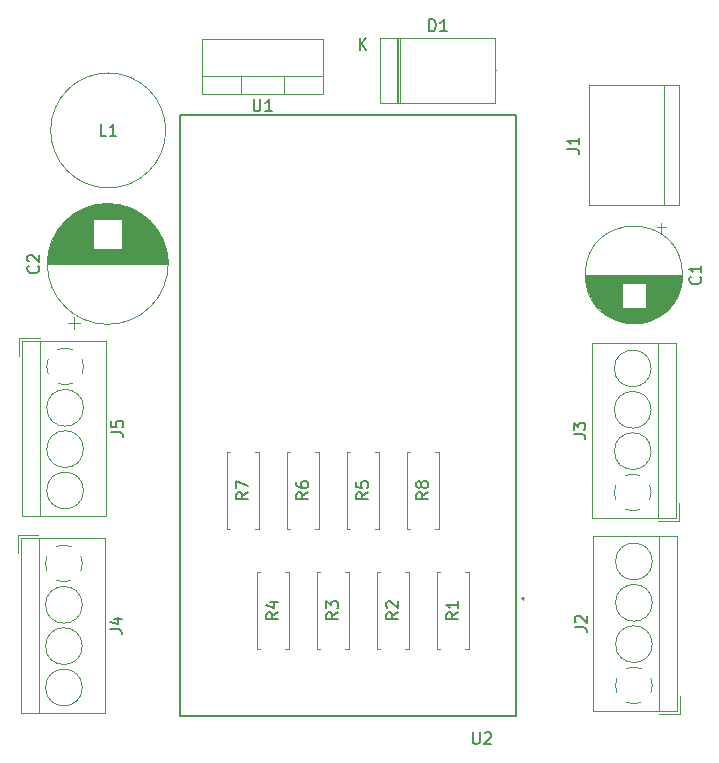
<source format=gbr>
%TF.GenerationSoftware,KiCad,Pcbnew,(6.0.9)*%
%TF.CreationDate,2023-01-01T04:26:49+02:00*%
%TF.ProjectId,ESP32_LEDCONTROLLER,45535033-325f-44c4-9544-434f4e54524f,rev?*%
%TF.SameCoordinates,Original*%
%TF.FileFunction,Legend,Top*%
%TF.FilePolarity,Positive*%
%FSLAX46Y46*%
G04 Gerber Fmt 4.6, Leading zero omitted, Abs format (unit mm)*
G04 Created by KiCad (PCBNEW (6.0.9)) date 2023-01-01 04:26:49*
%MOMM*%
%LPD*%
G01*
G04 APERTURE LIST*
%ADD10C,0.150000*%
%ADD11C,0.200000*%
%ADD12C,0.127000*%
%ADD13C,0.120000*%
G04 APERTURE END LIST*
D10*
%TO.C,U2*%
X127433095Y-152542380D02*
X127433095Y-153351904D01*
X127480714Y-153447142D01*
X127528333Y-153494761D01*
X127623571Y-153542380D01*
X127814047Y-153542380D01*
X127909285Y-153494761D01*
X127956904Y-153447142D01*
X128004523Y-153351904D01*
X128004523Y-152542380D01*
X128433095Y-152637619D02*
X128480714Y-152590000D01*
X128575952Y-152542380D01*
X128814047Y-152542380D01*
X128909285Y-152590000D01*
X128956904Y-152637619D01*
X129004523Y-152732857D01*
X129004523Y-152828095D01*
X128956904Y-152970952D01*
X128385476Y-153542380D01*
X129004523Y-153542380D01*
%TO.C,C2*%
X90627142Y-113064343D02*
X90674761Y-113111962D01*
X90722380Y-113254819D01*
X90722380Y-113350057D01*
X90674761Y-113492915D01*
X90579523Y-113588153D01*
X90484285Y-113635772D01*
X90293809Y-113683391D01*
X90150952Y-113683391D01*
X89960476Y-113635772D01*
X89865238Y-113588153D01*
X89770000Y-113492915D01*
X89722380Y-113350057D01*
X89722380Y-113254819D01*
X89770000Y-113111962D01*
X89817619Y-113064343D01*
X89817619Y-112683391D02*
X89770000Y-112635772D01*
X89722380Y-112540534D01*
X89722380Y-112302438D01*
X89770000Y-112207200D01*
X89817619Y-112159581D01*
X89912857Y-112111962D01*
X90008095Y-112111962D01*
X90150952Y-112159581D01*
X90722380Y-112731010D01*
X90722380Y-112111962D01*
%TO.C,L1*%
X96393333Y-102052380D02*
X95917142Y-102052380D01*
X95917142Y-101052380D01*
X97250476Y-102052380D02*
X96679047Y-102052380D01*
X96964761Y-102052380D02*
X96964761Y-101052380D01*
X96869523Y-101195238D01*
X96774285Y-101290476D01*
X96679047Y-101338095D01*
%TO.C,U1*%
X108868095Y-98972380D02*
X108868095Y-99781904D01*
X108915714Y-99877142D01*
X108963333Y-99924761D01*
X109058571Y-99972380D01*
X109249047Y-99972380D01*
X109344285Y-99924761D01*
X109391904Y-99877142D01*
X109439523Y-99781904D01*
X109439523Y-98972380D01*
X110439523Y-99972380D02*
X109868095Y-99972380D01*
X110153809Y-99972380D02*
X110153809Y-98972380D01*
X110058571Y-99115238D01*
X109963333Y-99210476D01*
X109868095Y-99258095D01*
%TO.C,R8*%
X123642380Y-132246666D02*
X123166190Y-132580000D01*
X123642380Y-132818095D02*
X122642380Y-132818095D01*
X122642380Y-132437142D01*
X122690000Y-132341904D01*
X122737619Y-132294285D01*
X122832857Y-132246666D01*
X122975714Y-132246666D01*
X123070952Y-132294285D01*
X123118571Y-132341904D01*
X123166190Y-132437142D01*
X123166190Y-132818095D01*
X123070952Y-131675238D02*
X123023333Y-131770476D01*
X122975714Y-131818095D01*
X122880476Y-131865714D01*
X122832857Y-131865714D01*
X122737619Y-131818095D01*
X122690000Y-131770476D01*
X122642380Y-131675238D01*
X122642380Y-131484761D01*
X122690000Y-131389523D01*
X122737619Y-131341904D01*
X122832857Y-131294285D01*
X122880476Y-131294285D01*
X122975714Y-131341904D01*
X123023333Y-131389523D01*
X123070952Y-131484761D01*
X123070952Y-131675238D01*
X123118571Y-131770476D01*
X123166190Y-131818095D01*
X123261428Y-131865714D01*
X123451904Y-131865714D01*
X123547142Y-131818095D01*
X123594761Y-131770476D01*
X123642380Y-131675238D01*
X123642380Y-131484761D01*
X123594761Y-131389523D01*
X123547142Y-131341904D01*
X123451904Y-131294285D01*
X123261428Y-131294285D01*
X123166190Y-131341904D01*
X123118571Y-131389523D01*
X123070952Y-131484761D01*
%TO.C,J5*%
X96822380Y-127163333D02*
X97536666Y-127163333D01*
X97679523Y-127210952D01*
X97774761Y-127306190D01*
X97822380Y-127449047D01*
X97822380Y-127544285D01*
X96822380Y-126210952D02*
X96822380Y-126687142D01*
X97298571Y-126734761D01*
X97250952Y-126687142D01*
X97203333Y-126591904D01*
X97203333Y-126353809D01*
X97250952Y-126258571D01*
X97298571Y-126210952D01*
X97393809Y-126163333D01*
X97631904Y-126163333D01*
X97727142Y-126210952D01*
X97774761Y-126258571D01*
X97822380Y-126353809D01*
X97822380Y-126591904D01*
X97774761Y-126687142D01*
X97727142Y-126734761D01*
%TO.C,J4*%
X96722380Y-143843333D02*
X97436666Y-143843333D01*
X97579523Y-143890952D01*
X97674761Y-143986190D01*
X97722380Y-144129047D01*
X97722380Y-144224285D01*
X97055714Y-142938571D02*
X97722380Y-142938571D01*
X96674761Y-143176666D02*
X97389047Y-143414761D01*
X97389047Y-142795714D01*
%TO.C,J3*%
X135962380Y-127333333D02*
X136676666Y-127333333D01*
X136819523Y-127380952D01*
X136914761Y-127476190D01*
X136962380Y-127619047D01*
X136962380Y-127714285D01*
X135962380Y-126952380D02*
X135962380Y-126333333D01*
X136343333Y-126666666D01*
X136343333Y-126523809D01*
X136390952Y-126428571D01*
X136438571Y-126380952D01*
X136533809Y-126333333D01*
X136771904Y-126333333D01*
X136867142Y-126380952D01*
X136914761Y-126428571D01*
X136962380Y-126523809D01*
X136962380Y-126809523D01*
X136914761Y-126904761D01*
X136867142Y-126952380D01*
%TO.C,J2*%
X136062380Y-143673333D02*
X136776666Y-143673333D01*
X136919523Y-143720952D01*
X137014761Y-143816190D01*
X137062380Y-143959047D01*
X137062380Y-144054285D01*
X136157619Y-143244761D02*
X136110000Y-143197142D01*
X136062380Y-143101904D01*
X136062380Y-142863809D01*
X136110000Y-142768571D01*
X136157619Y-142720952D01*
X136252857Y-142673333D01*
X136348095Y-142673333D01*
X136490952Y-142720952D01*
X137062380Y-143292380D01*
X137062380Y-142673333D01*
%TO.C,C1*%
X146677142Y-113986666D02*
X146724761Y-114034285D01*
X146772380Y-114177142D01*
X146772380Y-114272380D01*
X146724761Y-114415238D01*
X146629523Y-114510476D01*
X146534285Y-114558095D01*
X146343809Y-114605714D01*
X146200952Y-114605714D01*
X146010476Y-114558095D01*
X145915238Y-114510476D01*
X145820000Y-114415238D01*
X145772380Y-114272380D01*
X145772380Y-114177142D01*
X145820000Y-114034285D01*
X145867619Y-113986666D01*
X146772380Y-113034285D02*
X146772380Y-113605714D01*
X146772380Y-113320000D02*
X145772380Y-113320000D01*
X145915238Y-113415238D01*
X146010476Y-113510476D01*
X146058095Y-113605714D01*
%TO.C,R5*%
X118562380Y-132246666D02*
X118086190Y-132580000D01*
X118562380Y-132818095D02*
X117562380Y-132818095D01*
X117562380Y-132437142D01*
X117610000Y-132341904D01*
X117657619Y-132294285D01*
X117752857Y-132246666D01*
X117895714Y-132246666D01*
X117990952Y-132294285D01*
X118038571Y-132341904D01*
X118086190Y-132437142D01*
X118086190Y-132818095D01*
X117562380Y-131341904D02*
X117562380Y-131818095D01*
X118038571Y-131865714D01*
X117990952Y-131818095D01*
X117943333Y-131722857D01*
X117943333Y-131484761D01*
X117990952Y-131389523D01*
X118038571Y-131341904D01*
X118133809Y-131294285D01*
X118371904Y-131294285D01*
X118467142Y-131341904D01*
X118514761Y-131389523D01*
X118562380Y-131484761D01*
X118562380Y-131722857D01*
X118514761Y-131818095D01*
X118467142Y-131865714D01*
%TO.C,R4*%
X110942380Y-142406666D02*
X110466190Y-142740000D01*
X110942380Y-142978095D02*
X109942380Y-142978095D01*
X109942380Y-142597142D01*
X109990000Y-142501904D01*
X110037619Y-142454285D01*
X110132857Y-142406666D01*
X110275714Y-142406666D01*
X110370952Y-142454285D01*
X110418571Y-142501904D01*
X110466190Y-142597142D01*
X110466190Y-142978095D01*
X110275714Y-141549523D02*
X110942380Y-141549523D01*
X109894761Y-141787619D02*
X110609047Y-142025714D01*
X110609047Y-141406666D01*
%TO.C,R3*%
X116022380Y-142406666D02*
X115546190Y-142740000D01*
X116022380Y-142978095D02*
X115022380Y-142978095D01*
X115022380Y-142597142D01*
X115070000Y-142501904D01*
X115117619Y-142454285D01*
X115212857Y-142406666D01*
X115355714Y-142406666D01*
X115450952Y-142454285D01*
X115498571Y-142501904D01*
X115546190Y-142597142D01*
X115546190Y-142978095D01*
X115022380Y-142073333D02*
X115022380Y-141454285D01*
X115403333Y-141787619D01*
X115403333Y-141644761D01*
X115450952Y-141549523D01*
X115498571Y-141501904D01*
X115593809Y-141454285D01*
X115831904Y-141454285D01*
X115927142Y-141501904D01*
X115974761Y-141549523D01*
X116022380Y-141644761D01*
X116022380Y-141930476D01*
X115974761Y-142025714D01*
X115927142Y-142073333D01*
%TO.C,R1*%
X126182380Y-142406666D02*
X125706190Y-142740000D01*
X126182380Y-142978095D02*
X125182380Y-142978095D01*
X125182380Y-142597142D01*
X125230000Y-142501904D01*
X125277619Y-142454285D01*
X125372857Y-142406666D01*
X125515714Y-142406666D01*
X125610952Y-142454285D01*
X125658571Y-142501904D01*
X125706190Y-142597142D01*
X125706190Y-142978095D01*
X126182380Y-141454285D02*
X126182380Y-142025714D01*
X126182380Y-141740000D02*
X125182380Y-141740000D01*
X125325238Y-141835238D01*
X125420476Y-141930476D01*
X125468095Y-142025714D01*
%TO.C,D1*%
X123721904Y-93187380D02*
X123721904Y-92187380D01*
X123960000Y-92187380D01*
X124102857Y-92235000D01*
X124198095Y-92330238D01*
X124245714Y-92425476D01*
X124293333Y-92615952D01*
X124293333Y-92758809D01*
X124245714Y-92949285D01*
X124198095Y-93044523D01*
X124102857Y-93139761D01*
X123960000Y-93187380D01*
X123721904Y-93187380D01*
X125245714Y-93187380D02*
X124674285Y-93187380D01*
X124960000Y-93187380D02*
X124960000Y-92187380D01*
X124864761Y-92330238D01*
X124769523Y-92425476D01*
X124674285Y-92473095D01*
X117848095Y-94772380D02*
X117848095Y-93772380D01*
X118419523Y-94772380D02*
X117990952Y-94200952D01*
X118419523Y-93772380D02*
X117848095Y-94343809D01*
%TO.C,R2*%
X121102380Y-142406666D02*
X120626190Y-142740000D01*
X121102380Y-142978095D02*
X120102380Y-142978095D01*
X120102380Y-142597142D01*
X120150000Y-142501904D01*
X120197619Y-142454285D01*
X120292857Y-142406666D01*
X120435714Y-142406666D01*
X120530952Y-142454285D01*
X120578571Y-142501904D01*
X120626190Y-142597142D01*
X120626190Y-142978095D01*
X120197619Y-142025714D02*
X120150000Y-141978095D01*
X120102380Y-141882857D01*
X120102380Y-141644761D01*
X120150000Y-141549523D01*
X120197619Y-141501904D01*
X120292857Y-141454285D01*
X120388095Y-141454285D01*
X120530952Y-141501904D01*
X121102380Y-142073333D01*
X121102380Y-141454285D01*
%TO.C,R6*%
X113482380Y-132246666D02*
X113006190Y-132580000D01*
X113482380Y-132818095D02*
X112482380Y-132818095D01*
X112482380Y-132437142D01*
X112530000Y-132341904D01*
X112577619Y-132294285D01*
X112672857Y-132246666D01*
X112815714Y-132246666D01*
X112910952Y-132294285D01*
X112958571Y-132341904D01*
X113006190Y-132437142D01*
X113006190Y-132818095D01*
X112482380Y-131389523D02*
X112482380Y-131580000D01*
X112530000Y-131675238D01*
X112577619Y-131722857D01*
X112720476Y-131818095D01*
X112910952Y-131865714D01*
X113291904Y-131865714D01*
X113387142Y-131818095D01*
X113434761Y-131770476D01*
X113482380Y-131675238D01*
X113482380Y-131484761D01*
X113434761Y-131389523D01*
X113387142Y-131341904D01*
X113291904Y-131294285D01*
X113053809Y-131294285D01*
X112958571Y-131341904D01*
X112910952Y-131389523D01*
X112863333Y-131484761D01*
X112863333Y-131675238D01*
X112910952Y-131770476D01*
X112958571Y-131818095D01*
X113053809Y-131865714D01*
%TO.C,J1*%
X135442380Y-103203333D02*
X136156666Y-103203333D01*
X136299523Y-103250952D01*
X136394761Y-103346190D01*
X136442380Y-103489047D01*
X136442380Y-103584285D01*
X136442380Y-102203333D02*
X136442380Y-102774761D01*
X136442380Y-102489047D02*
X135442380Y-102489047D01*
X135585238Y-102584285D01*
X135680476Y-102679523D01*
X135728095Y-102774761D01*
%TO.C,R7*%
X108402380Y-132246666D02*
X107926190Y-132580000D01*
X108402380Y-132818095D02*
X107402380Y-132818095D01*
X107402380Y-132437142D01*
X107450000Y-132341904D01*
X107497619Y-132294285D01*
X107592857Y-132246666D01*
X107735714Y-132246666D01*
X107830952Y-132294285D01*
X107878571Y-132341904D01*
X107926190Y-132437142D01*
X107926190Y-132818095D01*
X107402380Y-131913333D02*
X107402380Y-131246666D01*
X108402380Y-131675238D01*
D11*
%TO.C,U2*%
X131790000Y-141245000D02*
G75*
G03*
X131790000Y-141245000I-100000J0D01*
G01*
D12*
X131120000Y-100255000D02*
X131120000Y-151205000D01*
X120051000Y-151205000D02*
X113340000Y-151205000D01*
X102610000Y-151205000D02*
X102610000Y-100255000D01*
X131120000Y-100255000D02*
X125750000Y-100255000D01*
X102610000Y-151205000D02*
X102610000Y-100255000D01*
X113340000Y-151205000D02*
X102610000Y-151205000D01*
X102610000Y-100255000D02*
X131120000Y-100255000D01*
X131120000Y-100255000D02*
X131120000Y-151205000D01*
X125750000Y-100255000D02*
X108060000Y-100255000D01*
X131120000Y-151205000D02*
X102610000Y-151205000D01*
X131120000Y-151205000D02*
X120051000Y-151205000D01*
X108060000Y-100255000D02*
X102610000Y-100255000D01*
D13*
%TO.C,C2*%
X101640000Y-112897677D02*
G75*
G03*
X101640000Y-112897677I-5120000J0D01*
G01*
X91975000Y-110616677D02*
X95279000Y-110616677D01*
X91455000Y-112497677D02*
X101585000Y-112497677D01*
X91442000Y-112737677D02*
X101598000Y-112737677D01*
X93466000Y-108816677D02*
X99574000Y-108816677D01*
X91782000Y-111056677D02*
X95279000Y-111056677D01*
X93266000Y-108976677D02*
X99774000Y-108976677D01*
X94155000Y-108376677D02*
X98885000Y-108376677D01*
X97761000Y-110976677D02*
X101227000Y-110976677D01*
X97761000Y-111616677D02*
X101438000Y-111616677D01*
X93645000Y-118377323D02*
X93645000Y-117377323D01*
X91452000Y-112537677D02*
X101588000Y-112537677D01*
X97761000Y-111016677D02*
X101243000Y-111016677D01*
X97761000Y-110376677D02*
X100937000Y-110376677D01*
X94311000Y-108296677D02*
X98729000Y-108296677D01*
X93811000Y-108576677D02*
X99229000Y-108576677D01*
X92841000Y-109376677D02*
X95279000Y-109376677D01*
X97761000Y-110616677D02*
X101065000Y-110616677D01*
X97761000Y-111176677D02*
X101303000Y-111176677D01*
X92354000Y-109976677D02*
X95279000Y-109976677D01*
X91523000Y-111976677D02*
X101517000Y-111976677D01*
X93128000Y-109096677D02*
X99912000Y-109096677D01*
X92731000Y-109496677D02*
X95279000Y-109496677D01*
X97761000Y-109296677D02*
X100121000Y-109296677D01*
X91917000Y-110736677D02*
X95279000Y-110736677D01*
X91502000Y-112096677D02*
X101538000Y-112096677D01*
X97761000Y-111336677D02*
X101357000Y-111336677D01*
X97761000Y-109376677D02*
X100199000Y-109376677D01*
X97761000Y-110096677D02*
X100767000Y-110096677D01*
X97761000Y-109456677D02*
X100273000Y-109456677D01*
X91546000Y-111856677D02*
X101494000Y-111856677D01*
X97761000Y-109976677D02*
X100686000Y-109976677D01*
X92326000Y-110016677D02*
X95279000Y-110016677D01*
X93042000Y-109176677D02*
X95279000Y-109176677D01*
X97761000Y-109176677D02*
X99998000Y-109176677D01*
X92080000Y-110416677D02*
X95279000Y-110416677D01*
X91899000Y-110776677D02*
X95279000Y-110776677D01*
X97761000Y-110936677D02*
X101210000Y-110936677D01*
X95458000Y-107896677D02*
X97582000Y-107896677D01*
X92662000Y-109576677D02*
X95279000Y-109576677D01*
X97761000Y-111136677D02*
X101288000Y-111136677D01*
X91646000Y-111456677D02*
X95279000Y-111456677D01*
X94395000Y-108256677D02*
X98645000Y-108256677D01*
X91564000Y-111776677D02*
X101476000Y-111776677D01*
X94010000Y-108456677D02*
X99030000Y-108456677D01*
X97761000Y-110776677D02*
X101141000Y-110776677D01*
X91936000Y-110696677D02*
X95279000Y-110696677D01*
X93875000Y-108536677D02*
X99165000Y-108536677D01*
X97761000Y-109816677D02*
X100570000Y-109816677D01*
X91696000Y-111296677D02*
X95279000Y-111296677D01*
X93690000Y-108656677D02*
X99350000Y-108656677D01*
X97761000Y-109536677D02*
X100344000Y-109536677D01*
X93414000Y-108856677D02*
X99626000Y-108856677D01*
X92197000Y-110216677D02*
X95279000Y-110216677D01*
X92595000Y-109656677D02*
X95279000Y-109656677D01*
X91441000Y-112777677D02*
X101599000Y-112777677D01*
X91475000Y-112297677D02*
X101565000Y-112297677D01*
X95658000Y-107856677D02*
X97382000Y-107856677D01*
X91635000Y-111496677D02*
X95279000Y-111496677D01*
X97761000Y-109496677D02*
X100309000Y-109496677D01*
X92173000Y-110256677D02*
X95279000Y-110256677D01*
X93631000Y-108696677D02*
X99409000Y-108696677D01*
X91846000Y-110896677D02*
X95279000Y-110896677D01*
X97761000Y-109696677D02*
X100477000Y-109696677D01*
X97761000Y-110176677D02*
X100818000Y-110176677D01*
X97761000Y-111576677D02*
X101427000Y-111576677D01*
X97761000Y-111096677D02*
X101274000Y-111096677D01*
X92696000Y-109536677D02*
X95279000Y-109536677D01*
X97761000Y-109656677D02*
X100445000Y-109656677D01*
X94231000Y-108336677D02*
X98809000Y-108336677D01*
X97761000Y-110656677D02*
X101084000Y-110656677D01*
X91766000Y-111096677D02*
X95279000Y-111096677D01*
X92058000Y-110456677D02*
X95279000Y-110456677D01*
X91881000Y-110816677D02*
X95279000Y-110816677D01*
X92299000Y-110056677D02*
X95279000Y-110056677D01*
X91509000Y-112056677D02*
X101531000Y-112056677D01*
X97761000Y-109416677D02*
X100236000Y-109416677D01*
X91752000Y-111136677D02*
X95279000Y-111136677D01*
X92959000Y-109256677D02*
X95279000Y-109256677D01*
X91462000Y-112417677D02*
X101578000Y-112417677D01*
X97761000Y-111056677D02*
X101258000Y-111056677D01*
X97761000Y-110736677D02*
X101123000Y-110736677D01*
X91582000Y-111696677D02*
X101458000Y-111696677D01*
X92804000Y-109416677D02*
X95279000Y-109416677D01*
X97761000Y-110816677D02*
X101159000Y-110816677D01*
X91623000Y-111536677D02*
X95279000Y-111536677D01*
X97761000Y-111496677D02*
X101405000Y-111496677D01*
X92500000Y-109776677D02*
X95279000Y-109776677D01*
X91683000Y-111336677D02*
X95279000Y-111336677D01*
X97761000Y-109216677D02*
X100040000Y-109216677D01*
X94890000Y-108056677D02*
X98150000Y-108056677D01*
X97761000Y-109776677D02*
X100540000Y-109776677D01*
X91480000Y-112257677D02*
X101560000Y-112257677D01*
X93084000Y-109136677D02*
X99956000Y-109136677D01*
X91555000Y-111816677D02*
X101485000Y-111816677D01*
X94483000Y-108216677D02*
X98557000Y-108216677D01*
X92016000Y-110536677D02*
X95279000Y-110536677D01*
X91496000Y-112136677D02*
X101544000Y-112136677D01*
X91443000Y-112697677D02*
X101597000Y-112697677D01*
X91863000Y-110856677D02*
X95279000Y-110856677D01*
X95921000Y-107816677D02*
X97119000Y-107816677D01*
X91737000Y-111176677D02*
X95279000Y-111176677D01*
X97761000Y-110536677D02*
X101024000Y-110536677D01*
X91450000Y-112577677D02*
X101590000Y-112577677D01*
X93520000Y-108776677D02*
X99520000Y-108776677D01*
X97761000Y-109336677D02*
X100160000Y-109336677D01*
X92149000Y-110296677D02*
X95279000Y-110296677D01*
X92919000Y-109296677D02*
X95279000Y-109296677D01*
X91490000Y-112176677D02*
X101550000Y-112176677D01*
X91995000Y-110576677D02*
X95279000Y-110576677D01*
X97761000Y-110056677D02*
X100741000Y-110056677D01*
X91447000Y-112617677D02*
X101593000Y-112617677D01*
X91440000Y-112857677D02*
X101600000Y-112857677D01*
X92880000Y-109336677D02*
X95279000Y-109336677D01*
X92563000Y-109696677D02*
X95279000Y-109696677D01*
X92531000Y-109736677D02*
X95279000Y-109736677D01*
X91956000Y-110656677D02*
X95279000Y-110656677D01*
X91466000Y-112377677D02*
X101574000Y-112377677D01*
X93000000Y-109216677D02*
X95279000Y-109216677D01*
X91658000Y-111416677D02*
X95279000Y-111416677D01*
X92767000Y-109456677D02*
X95279000Y-109456677D01*
X93364000Y-108896677D02*
X99676000Y-108896677D01*
X93145000Y-117877323D02*
X94145000Y-117877323D01*
X91830000Y-110936677D02*
X95279000Y-110936677D01*
X91723000Y-111216677D02*
X95279000Y-111216677D01*
X97761000Y-110416677D02*
X100960000Y-110416677D01*
X97761000Y-111416677D02*
X101382000Y-111416677D01*
X97761000Y-110016677D02*
X100714000Y-110016677D01*
X97761000Y-110136677D02*
X100793000Y-110136677D01*
X97761000Y-110256677D02*
X100867000Y-110256677D01*
X97761000Y-111376677D02*
X101370000Y-111376677D01*
X95142000Y-107976677D02*
X97898000Y-107976677D01*
X97761000Y-111216677D02*
X101317000Y-111216677D01*
X97761000Y-111256677D02*
X101331000Y-111256677D01*
X95010000Y-108016677D02*
X98030000Y-108016677D01*
X97761000Y-111456677D02*
X101394000Y-111456677D01*
X91813000Y-110976677D02*
X95279000Y-110976677D01*
X91670000Y-111376677D02*
X95279000Y-111376677D01*
X97761000Y-109936677D02*
X100658000Y-109936677D01*
X91470000Y-112337677D02*
X101570000Y-112337677D01*
X92470000Y-109816677D02*
X95279000Y-109816677D01*
X94778000Y-108096677D02*
X98262000Y-108096677D01*
X91797000Y-111016677D02*
X95279000Y-111016677D01*
X91458000Y-112457677D02*
X101582000Y-112457677D01*
X91602000Y-111616677D02*
X95279000Y-111616677D01*
X91440000Y-112817677D02*
X101600000Y-112817677D01*
X97761000Y-110856677D02*
X101177000Y-110856677D01*
X95290000Y-107936677D02*
X97750000Y-107936677D01*
X94576000Y-108176677D02*
X98464000Y-108176677D01*
X97761000Y-110576677D02*
X101045000Y-110576677D01*
X92410000Y-109896677D02*
X95279000Y-109896677D01*
X91485000Y-112217677D02*
X101555000Y-112217677D01*
X91445000Y-112657677D02*
X101595000Y-112657677D01*
X97761000Y-109576677D02*
X100378000Y-109576677D01*
X91573000Y-111736677D02*
X101467000Y-111736677D01*
X93941000Y-108496677D02*
X99099000Y-108496677D01*
X94081000Y-108416677D02*
X98959000Y-108416677D01*
X92440000Y-109856677D02*
X95279000Y-109856677D01*
X92103000Y-110376677D02*
X95279000Y-110376677D01*
X97761000Y-111296677D02*
X101344000Y-111296677D01*
X92247000Y-110136677D02*
X95279000Y-110136677D01*
X91530000Y-111936677D02*
X101510000Y-111936677D01*
X97761000Y-110336677D02*
X100915000Y-110336677D01*
X91613000Y-111576677D02*
X95279000Y-111576677D01*
X91592000Y-111656677D02*
X101448000Y-111656677D01*
X91516000Y-112016677D02*
X101524000Y-112016677D01*
X97761000Y-109616677D02*
X100412000Y-109616677D01*
X97761000Y-110456677D02*
X100982000Y-110456677D01*
X97761000Y-110216677D02*
X100843000Y-110216677D01*
X92222000Y-110176677D02*
X95279000Y-110176677D01*
X91538000Y-111896677D02*
X101502000Y-111896677D01*
X91709000Y-111256677D02*
X95279000Y-111256677D01*
X92628000Y-109616677D02*
X95279000Y-109616677D01*
X92382000Y-109936677D02*
X95279000Y-109936677D01*
X91440000Y-112897677D02*
X101600000Y-112897677D01*
X97761000Y-110496677D02*
X101003000Y-110496677D01*
X93219000Y-109016677D02*
X99821000Y-109016677D01*
X97761000Y-109736677D02*
X100509000Y-109736677D01*
X92273000Y-110096677D02*
X95279000Y-110096677D01*
X93575000Y-108736677D02*
X99465000Y-108736677D01*
X97761000Y-110696677D02*
X101104000Y-110696677D01*
X92037000Y-110496677D02*
X95279000Y-110496677D01*
X97761000Y-109856677D02*
X100600000Y-109856677D01*
X93750000Y-108616677D02*
X99290000Y-108616677D01*
X92125000Y-110336677D02*
X95279000Y-110336677D01*
X97761000Y-109256677D02*
X100081000Y-109256677D01*
X94674000Y-108136677D02*
X98366000Y-108136677D01*
X93173000Y-109056677D02*
X99867000Y-109056677D01*
X93314000Y-108936677D02*
X99726000Y-108936677D01*
X97761000Y-110896677D02*
X101194000Y-110896677D01*
X97761000Y-109896677D02*
X100630000Y-109896677D01*
X97761000Y-110296677D02*
X100891000Y-110296677D01*
X97761000Y-111536677D02*
X101417000Y-111536677D01*
%TO.C,L1*%
X101430000Y-101600000D02*
G75*
G03*
X101430000Y-101600000I-4870000J0D01*
G01*
%TO.C,U1*%
X111480000Y-98520000D02*
X111480000Y-97010000D01*
X114751000Y-93879000D02*
X104510000Y-93879000D01*
X107780000Y-98520000D02*
X107780000Y-97010000D01*
X114751000Y-97010000D02*
X104510000Y-97010000D01*
X114751000Y-98520000D02*
X114751000Y-93879000D01*
X104510000Y-98520000D02*
X104510000Y-93879000D01*
X114751000Y-98520000D02*
X104510000Y-98520000D01*
%TO.C,R8*%
X122150000Y-128810000D02*
X121820000Y-128810000D01*
X124230000Y-128810000D02*
X124560000Y-128810000D01*
X121820000Y-128810000D02*
X121820000Y-135350000D01*
X124560000Y-135350000D02*
X124230000Y-135350000D01*
X124560000Y-128810000D02*
X124560000Y-135350000D01*
X121820000Y-135350000D02*
X122150000Y-135350000D01*
%TO.C,J5*%
X90750000Y-119180000D02*
X89010000Y-119180000D01*
X96370000Y-134240000D02*
X89250000Y-134240000D01*
X89010000Y-119180000D02*
X89010000Y-120680000D01*
X89250000Y-119420000D02*
X89250000Y-134240000D01*
X96370000Y-119420000D02*
X89250000Y-119420000D01*
X96370000Y-119420000D02*
X96370000Y-134240000D01*
X90810000Y-119420000D02*
X90810000Y-134240000D01*
X93518000Y-120148000D02*
G75*
G03*
X92302258Y-120147891I-608000J-1432000D01*
G01*
X94342000Y-122188000D02*
G75*
G03*
X94342109Y-120972258I-1432000J608000D01*
G01*
X91478000Y-120972000D02*
G75*
G03*
X91354507Y-121607011I1431988J-607998D01*
G01*
X92302000Y-123012000D02*
G75*
G03*
X93517742Y-123012109I607999J1432003D01*
G01*
X91355000Y-121580000D02*
G75*
G03*
X91478615Y-122187587I1555000J0D01*
G01*
X94465000Y-125080000D02*
G75*
G03*
X94465000Y-125080000I-1555000J0D01*
G01*
X94465000Y-132080000D02*
G75*
G03*
X94465000Y-132080000I-1555000J0D01*
G01*
X94465000Y-128580000D02*
G75*
G03*
X94465000Y-128580000I-1555000J0D01*
G01*
%TO.C,J4*%
X94365000Y-145260000D02*
G75*
G03*
X94365000Y-145260000I-1555000J0D01*
G01*
X94365000Y-148760000D02*
G75*
G03*
X94365000Y-148760000I-1555000J0D01*
G01*
X94365000Y-141760000D02*
G75*
G03*
X94365000Y-141760000I-1555000J0D01*
G01*
X91255000Y-138260000D02*
G75*
G03*
X91378615Y-138867587I1555000J0D01*
G01*
X92202000Y-139692000D02*
G75*
G03*
X93417742Y-139692109I607999J1432003D01*
G01*
X91378000Y-137652000D02*
G75*
G03*
X91254507Y-138287011I1431988J-607998D01*
G01*
X94242000Y-138868000D02*
G75*
G03*
X94242109Y-137652258I-1432000J608000D01*
G01*
X93418000Y-136828000D02*
G75*
G03*
X92202258Y-136827891I-608000J-1432000D01*
G01*
X90710000Y-136100000D02*
X90710000Y-150920000D01*
X96270000Y-136100000D02*
X96270000Y-150920000D01*
X96270000Y-136100000D02*
X89150000Y-136100000D01*
X89150000Y-136100000D02*
X89150000Y-150920000D01*
X88910000Y-135860000D02*
X88910000Y-137360000D01*
X96270000Y-150920000D02*
X89150000Y-150920000D01*
X90650000Y-135860000D02*
X88910000Y-135860000D01*
%TO.C,J3*%
X143130000Y-134650000D02*
X144870000Y-134650000D01*
X137510000Y-119590000D02*
X144630000Y-119590000D01*
X144870000Y-134650000D02*
X144870000Y-133150000D01*
X144630000Y-134410000D02*
X144630000Y-119590000D01*
X137510000Y-134410000D02*
X144630000Y-134410000D01*
X137510000Y-134410000D02*
X137510000Y-119590000D01*
X143070000Y-134410000D02*
X143070000Y-119590000D01*
X140362000Y-133682000D02*
G75*
G03*
X141577742Y-133682109I608000J1432000D01*
G01*
X139538000Y-131642000D02*
G75*
G03*
X139537891Y-132857742I1432000J-608000D01*
G01*
X142402000Y-132858000D02*
G75*
G03*
X142525493Y-132222989I-1431988J607998D01*
G01*
X141578000Y-130818000D02*
G75*
G03*
X140362258Y-130817891I-607999J-1432003D01*
G01*
X142525000Y-132250000D02*
G75*
G03*
X142401385Y-131642413I-1555000J0D01*
G01*
X142525000Y-128750000D02*
G75*
G03*
X142525000Y-128750000I-1555000J0D01*
G01*
X142525000Y-121750000D02*
G75*
G03*
X142525000Y-121750000I-1555000J0D01*
G01*
X142525000Y-125250000D02*
G75*
G03*
X142525000Y-125250000I-1555000J0D01*
G01*
%TO.C,J2*%
X143230000Y-150990000D02*
X144970000Y-150990000D01*
X137610000Y-135930000D02*
X144730000Y-135930000D01*
X144970000Y-150990000D02*
X144970000Y-149490000D01*
X144730000Y-150750000D02*
X144730000Y-135930000D01*
X137610000Y-150750000D02*
X144730000Y-150750000D01*
X137610000Y-150750000D02*
X137610000Y-135930000D01*
X143170000Y-150750000D02*
X143170000Y-135930000D01*
X140462000Y-150022000D02*
G75*
G03*
X141677742Y-150022109I608000J1432000D01*
G01*
X139638000Y-147982000D02*
G75*
G03*
X139637891Y-149197742I1432000J-608000D01*
G01*
X142502000Y-149198000D02*
G75*
G03*
X142625493Y-148562989I-1431988J607998D01*
G01*
X141678000Y-147158000D02*
G75*
G03*
X140462258Y-147157891I-607999J-1432003D01*
G01*
X142625000Y-148590000D02*
G75*
G03*
X142501385Y-147982413I-1555000J0D01*
G01*
X142625000Y-145090000D02*
G75*
G03*
X142625000Y-145090000I-1555000J0D01*
G01*
X142625000Y-138090000D02*
G75*
G03*
X142625000Y-138090000I-1555000J0D01*
G01*
X142625000Y-141590000D02*
G75*
G03*
X142625000Y-141590000I-1555000J0D01*
G01*
%TO.C,C1*%
X145190000Y-113820000D02*
G75*
G03*
X145190000Y-113820000I-4120000J0D01*
G01*
X143977000Y-116701000D02*
X138163000Y-116701000D01*
X145094000Y-114500000D02*
X137046000Y-114500000D01*
X145149000Y-113940000D02*
X136991000Y-113940000D01*
X144959000Y-115061000D02*
X142110000Y-115061000D01*
X144792000Y-115501000D02*
X142110000Y-115501000D01*
X145122000Y-114300000D02*
X137018000Y-114300000D01*
X140030000Y-116101000D02*
X137678000Y-116101000D01*
X140030000Y-114821000D02*
X137113000Y-114821000D01*
X140030000Y-114541000D02*
X137053000Y-114541000D01*
X140030000Y-114581000D02*
X137060000Y-114581000D01*
X140030000Y-115101000D02*
X137193000Y-115101000D01*
X144610000Y-115861000D02*
X142110000Y-115861000D01*
X140030000Y-115261000D02*
X137249000Y-115261000D01*
X140030000Y-114901000D02*
X137134000Y-114901000D01*
X140030000Y-116461000D02*
X137946000Y-116461000D01*
X140030000Y-116421000D02*
X137914000Y-116421000D01*
X144462000Y-116101000D02*
X142110000Y-116101000D01*
X140030000Y-116141000D02*
X137705000Y-116141000D01*
X142523000Y-117661000D02*
X139617000Y-117661000D01*
X140030000Y-116541000D02*
X138015000Y-116541000D01*
X144290000Y-116341000D02*
X142110000Y-116341000D01*
X145072000Y-114621000D02*
X142110000Y-114621000D01*
X145064000Y-114661000D02*
X142110000Y-114661000D01*
X143767000Y-116901000D02*
X138373000Y-116901000D01*
X144774000Y-115541000D02*
X142110000Y-115541000D01*
X143385000Y-109410302D02*
X143385000Y-110210302D01*
X142018000Y-117821000D02*
X140122000Y-117821000D01*
X145146000Y-114020000D02*
X136994000Y-114020000D01*
X140030000Y-115141000D02*
X137207000Y-115141000D01*
X140030000Y-116021000D02*
X137626000Y-116021000D01*
X140030000Y-114781000D02*
X137103000Y-114781000D01*
X143357000Y-117221000D02*
X138783000Y-117221000D01*
X140030000Y-115621000D02*
X137404000Y-115621000D01*
X140030000Y-115181000D02*
X137220000Y-115181000D01*
X145006000Y-114901000D02*
X142110000Y-114901000D01*
X143298000Y-117261000D02*
X138842000Y-117261000D01*
X144320000Y-116301000D02*
X142110000Y-116301000D01*
X145144000Y-114060000D02*
X136996000Y-114060000D01*
X144844000Y-115381000D02*
X142110000Y-115381000D01*
X140030000Y-115541000D02*
X137366000Y-115541000D01*
X140030000Y-116301000D02*
X137820000Y-116301000D01*
X143236000Y-117301000D02*
X138904000Y-117301000D01*
X145150000Y-113820000D02*
X136990000Y-113820000D01*
X140030000Y-115301000D02*
X137265000Y-115301000D01*
X143854000Y-116821000D02*
X138286000Y-116821000D01*
X145037000Y-114781000D02*
X142110000Y-114781000D01*
X140030000Y-115701000D02*
X137443000Y-115701000D01*
X145135000Y-114180000D02*
X137005000Y-114180000D01*
X140030000Y-115901000D02*
X137553000Y-115901000D01*
X144350000Y-116261000D02*
X142110000Y-116261000D01*
X144984000Y-114981000D02*
X142110000Y-114981000D01*
X145150000Y-113860000D02*
X136990000Y-113860000D01*
X140030000Y-115821000D02*
X137508000Y-115821000D01*
X145131000Y-114220000D02*
X137009000Y-114220000D01*
X144408000Y-116181000D02*
X142110000Y-116181000D01*
X142416000Y-117701000D02*
X139724000Y-117701000D01*
X144259000Y-116381000D02*
X142110000Y-116381000D01*
X144676000Y-115741000D02*
X142110000Y-115741000D01*
X140030000Y-116061000D02*
X137652000Y-116061000D01*
X145138000Y-114140000D02*
X137002000Y-114140000D01*
X142299000Y-117741000D02*
X139841000Y-117741000D01*
X140030000Y-114701000D02*
X137085000Y-114701000D01*
X140030000Y-116181000D02*
X137732000Y-116181000D01*
X143785000Y-109810302D02*
X142985000Y-109810302D01*
X142960000Y-117461000D02*
X139180000Y-117461000D01*
X144488000Y-116061000D02*
X142110000Y-116061000D01*
X145127000Y-114260000D02*
X137013000Y-114260000D01*
X140030000Y-115941000D02*
X137577000Y-115941000D01*
X140030000Y-115581000D02*
X137384000Y-115581000D01*
X145055000Y-114701000D02*
X142110000Y-114701000D01*
X142801000Y-117541000D02*
X139339000Y-117541000D01*
X144995000Y-114941000D02*
X142110000Y-114941000D01*
X144810000Y-115461000D02*
X142110000Y-115461000D01*
X143811000Y-116861000D02*
X138329000Y-116861000D01*
X144379000Y-116221000D02*
X142110000Y-116221000D01*
X140030000Y-115661000D02*
X137423000Y-115661000D01*
X144563000Y-115941000D02*
X142110000Y-115941000D01*
X144905000Y-115221000D02*
X142110000Y-115221000D01*
X143104000Y-117381000D02*
X139036000Y-117381000D01*
X144539000Y-115981000D02*
X142110000Y-115981000D01*
X142715000Y-117581000D02*
X139425000Y-117581000D01*
X140030000Y-115341000D02*
X137280000Y-115341000D01*
X144920000Y-115181000D02*
X142110000Y-115181000D01*
X142622000Y-117621000D02*
X139518000Y-117621000D01*
X142168000Y-117781000D02*
X139972000Y-117781000D01*
X140030000Y-115981000D02*
X137601000Y-115981000D01*
X144053000Y-116621000D02*
X138087000Y-116621000D01*
X140030000Y-115061000D02*
X137181000Y-115061000D01*
X143896000Y-116781000D02*
X138244000Y-116781000D01*
X144756000Y-115581000D02*
X142110000Y-115581000D01*
X144435000Y-116141000D02*
X142110000Y-116141000D01*
X140030000Y-115421000D02*
X137313000Y-115421000D01*
X143470000Y-117141000D02*
X138670000Y-117141000D01*
X145107000Y-114420000D02*
X137033000Y-114420000D01*
X144827000Y-115421000D02*
X142110000Y-115421000D01*
X140030000Y-114621000D02*
X137068000Y-114621000D01*
X144972000Y-115021000D02*
X142110000Y-115021000D01*
X145147000Y-113980000D02*
X136993000Y-113980000D01*
X140030000Y-115861000D02*
X137530000Y-115861000D01*
X144125000Y-116541000D02*
X142110000Y-116541000D01*
X144654000Y-115781000D02*
X142110000Y-115781000D01*
X144717000Y-115661000D02*
X142110000Y-115661000D01*
X145087000Y-114541000D02*
X142110000Y-114541000D01*
X140030000Y-116221000D02*
X137761000Y-116221000D01*
X144089000Y-116581000D02*
X142110000Y-116581000D01*
X145046000Y-114741000D02*
X142110000Y-114741000D01*
X145017000Y-114861000D02*
X142110000Y-114861000D01*
X144194000Y-116461000D02*
X142110000Y-116461000D01*
X144875000Y-115301000D02*
X142110000Y-115301000D01*
X143524000Y-117101000D02*
X138616000Y-117101000D01*
X143721000Y-116941000D02*
X138419000Y-116941000D01*
X144015000Y-116661000D02*
X138125000Y-116661000D01*
X145141000Y-114100000D02*
X136999000Y-114100000D01*
X140030000Y-116341000D02*
X137850000Y-116341000D01*
X140030000Y-115381000D02*
X137296000Y-115381000D01*
X144514000Y-116021000D02*
X142110000Y-116021000D01*
X145100000Y-114460000D02*
X137040000Y-114460000D01*
X143626000Y-117021000D02*
X138514000Y-117021000D01*
X140030000Y-116261000D02*
X137790000Y-116261000D01*
X144587000Y-115901000D02*
X142110000Y-115901000D01*
X140030000Y-115781000D02*
X137486000Y-115781000D01*
X145118000Y-114340000D02*
X137022000Y-114340000D01*
X140030000Y-115461000D02*
X137330000Y-115461000D01*
X144697000Y-115701000D02*
X142110000Y-115701000D01*
X143674000Y-116981000D02*
X138466000Y-116981000D01*
X144947000Y-115101000D02*
X142110000Y-115101000D01*
X140030000Y-114941000D02*
X137145000Y-114941000D01*
X145080000Y-114581000D02*
X142110000Y-114581000D01*
X144860000Y-115341000D02*
X142110000Y-115341000D01*
X144160000Y-116501000D02*
X142110000Y-116501000D01*
X143034000Y-117421000D02*
X139106000Y-117421000D01*
X144226000Y-116421000D02*
X142110000Y-116421000D01*
X145112000Y-114380000D02*
X137028000Y-114380000D01*
X140030000Y-114741000D02*
X137094000Y-114741000D01*
X140030000Y-114861000D02*
X137123000Y-114861000D01*
X145027000Y-114821000D02*
X142110000Y-114821000D01*
X143172000Y-117341000D02*
X138968000Y-117341000D01*
X140030000Y-114981000D02*
X137156000Y-114981000D01*
X140030000Y-115021000D02*
X137168000Y-115021000D01*
X140030000Y-116501000D02*
X137980000Y-116501000D01*
X143937000Y-116741000D02*
X138203000Y-116741000D01*
X143575000Y-117061000D02*
X138565000Y-117061000D01*
X141838000Y-117861000D02*
X140302000Y-117861000D01*
X144632000Y-115821000D02*
X142110000Y-115821000D01*
X140030000Y-115501000D02*
X137348000Y-115501000D01*
X140030000Y-116581000D02*
X138051000Y-116581000D01*
X140030000Y-116381000D02*
X137881000Y-116381000D01*
X142883000Y-117501000D02*
X139257000Y-117501000D01*
X144891000Y-115261000D02*
X142110000Y-115261000D01*
X140030000Y-115221000D02*
X137235000Y-115221000D01*
X141603000Y-117901000D02*
X140537000Y-117901000D01*
X145150000Y-113900000D02*
X136990000Y-113900000D01*
X144736000Y-115621000D02*
X142110000Y-115621000D01*
X143415000Y-117181000D02*
X138725000Y-117181000D01*
X140030000Y-114661000D02*
X137076000Y-114661000D01*
X144933000Y-115141000D02*
X142110000Y-115141000D01*
X140030000Y-115741000D02*
X137464000Y-115741000D01*
%TO.C,R5*%
X117070000Y-128810000D02*
X116740000Y-128810000D01*
X119150000Y-128810000D02*
X119480000Y-128810000D01*
X116740000Y-128810000D02*
X116740000Y-135350000D01*
X116740000Y-135350000D02*
X117070000Y-135350000D01*
X119480000Y-128810000D02*
X119480000Y-135350000D01*
X119480000Y-135350000D02*
X119150000Y-135350000D01*
%TO.C,R4*%
X111530000Y-138970000D02*
X111860000Y-138970000D01*
X111860000Y-145510000D02*
X111530000Y-145510000D01*
X111860000Y-138970000D02*
X111860000Y-145510000D01*
X109120000Y-138970000D02*
X109120000Y-145510000D01*
X109450000Y-138970000D02*
X109120000Y-138970000D01*
X109120000Y-145510000D02*
X109450000Y-145510000D01*
%TO.C,R3*%
X114200000Y-138970000D02*
X114200000Y-145510000D01*
X116940000Y-145510000D02*
X116610000Y-145510000D01*
X114200000Y-145510000D02*
X114530000Y-145510000D01*
X116940000Y-138970000D02*
X116940000Y-145510000D01*
X114530000Y-138970000D02*
X114200000Y-138970000D01*
X116610000Y-138970000D02*
X116940000Y-138970000D01*
%TO.C,R1*%
X126770000Y-138970000D02*
X127100000Y-138970000D01*
X124360000Y-138970000D02*
X124360000Y-145510000D01*
X124360000Y-145510000D02*
X124690000Y-145510000D01*
X124690000Y-138970000D02*
X124360000Y-138970000D01*
X127100000Y-145510000D02*
X126770000Y-145510000D01*
X127100000Y-138970000D02*
X127100000Y-145510000D01*
%TO.C,D1*%
X129340000Y-93735000D02*
X119580000Y-93735000D01*
X121248000Y-93735000D02*
X121248000Y-99305000D01*
X119580000Y-93735000D02*
X119580000Y-99305000D01*
X129370000Y-96520000D02*
X129340000Y-96520000D01*
X119580000Y-99305000D02*
X129340000Y-99305000D01*
X119550000Y-96520000D02*
X119580000Y-96520000D01*
X129340000Y-99305000D02*
X129340000Y-93735000D01*
X121128000Y-93735000D02*
X121128000Y-99305000D01*
X121008000Y-93735000D02*
X121008000Y-99305000D01*
%TO.C,R2*%
X119280000Y-138970000D02*
X119280000Y-145510000D01*
X122020000Y-138970000D02*
X122020000Y-145510000D01*
X122020000Y-145510000D02*
X121690000Y-145510000D01*
X119280000Y-145510000D02*
X119610000Y-145510000D01*
X119610000Y-138970000D02*
X119280000Y-138970000D01*
X121690000Y-138970000D02*
X122020000Y-138970000D01*
%TO.C,R6*%
X114400000Y-135350000D02*
X114070000Y-135350000D01*
X114070000Y-128810000D02*
X114400000Y-128810000D01*
X111660000Y-128810000D02*
X111660000Y-135350000D01*
X111660000Y-135350000D02*
X111990000Y-135350000D01*
X111990000Y-128810000D02*
X111660000Y-128810000D01*
X114400000Y-128810000D02*
X114400000Y-135350000D01*
%TO.C,J1*%
X137260000Y-97790000D02*
X137260000Y-107950000D01*
X144880000Y-107950000D02*
X144880000Y-97790000D01*
X143610000Y-97790000D02*
X143610000Y-107950000D01*
X144880000Y-97790000D02*
X137260000Y-97790000D01*
X137260000Y-107950000D02*
X144880000Y-107950000D01*
%TO.C,R7*%
X109320000Y-128810000D02*
X109320000Y-135350000D01*
X106580000Y-135350000D02*
X106910000Y-135350000D01*
X106580000Y-128810000D02*
X106580000Y-135350000D01*
X108990000Y-128810000D02*
X109320000Y-128810000D01*
X109320000Y-135350000D02*
X108990000Y-135350000D01*
X106910000Y-128810000D02*
X106580000Y-128810000D01*
%TD*%
M02*

</source>
